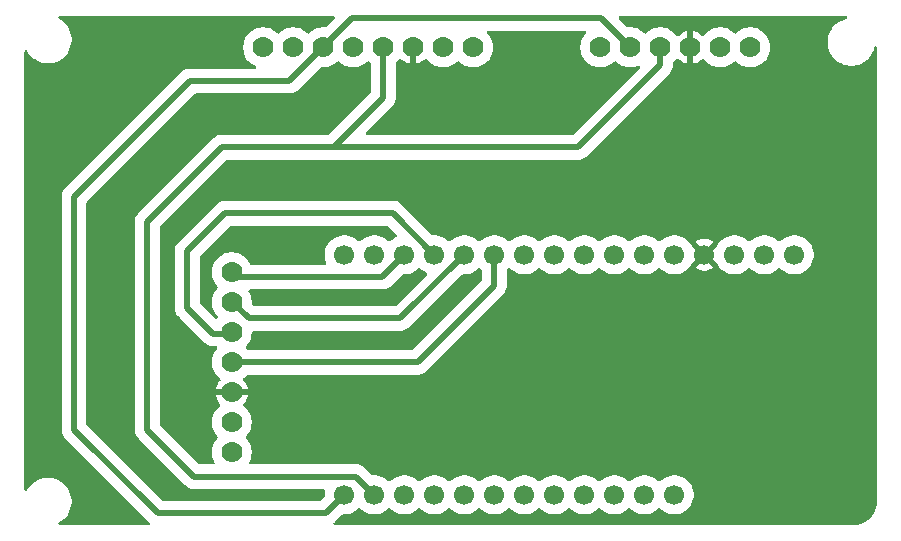
<source format=gbr>
%TF.GenerationSoftware,KiCad,Pcbnew,9.0.7*%
%TF.CreationDate,2026-02-03T16:32:22-08:00*%
%TF.ProjectId,BasicDatalogger,42617369-6344-4617-9461-6c6f67676572,rev?*%
%TF.SameCoordinates,Original*%
%TF.FileFunction,Copper,L3,Inr*%
%TF.FilePolarity,Positive*%
%FSLAX46Y46*%
G04 Gerber Fmt 4.6, Leading zero omitted, Abs format (unit mm)*
G04 Created by KiCad (PCBNEW 9.0.7) date 2026-02-03 16:32:22*
%MOMM*%
%LPD*%
G01*
G04 APERTURE LIST*
%TA.AperFunction,ComponentPad*%
%ADD10C,1.700000*%
%TD*%
%TA.AperFunction,ComponentPad*%
%ADD11C,1.778000*%
%TD*%
%TA.AperFunction,ViaPad*%
%ADD12C,0.900000*%
%TD*%
%TA.AperFunction,Conductor*%
%ADD13C,0.500000*%
%TD*%
G04 APERTURE END LIST*
D10*
%TO.N,unconnected-(U1-VBat-Pad28)*%
%TO.C,U1*%
X128920000Y-70320000D03*
%TO.N,unconnected-(U1-ENABLE-Pad27)*%
X126380000Y-70320000D03*
%TO.N,unconnected-(U1-Vbus-Pad26)*%
X123840000Y-70320000D03*
%TO.N,unconnected-(U1-D13{slash}GPIO13-Pad25)*%
X121300000Y-70320000D03*
%TO.N,unconnected-(U1-D12{slash}GPIO12-Pad24)*%
X118760000Y-70320000D03*
%TO.N,unconnected-(U1-D11{slash}GPIO11-Pad23)*%
X116220000Y-70320000D03*
%TO.N,unconnected-(U1-D10{slash}GPIO10-Pad22)*%
X113680000Y-70320000D03*
%TO.N,unconnected-(U1-D9{slash}GPIO9-Pad21)*%
X111140000Y-70320000D03*
%TO.N,unconnected-(U1-D6{slash}GPIO8-Pad20)*%
X108600000Y-70320000D03*
%TO.N,unconnected-(U1-D5{slash}GPIO7-Pad19)*%
X106060000Y-70320000D03*
%TO.N,/SCL*%
X103520000Y-70320000D03*
%TO.N,/SDA*%
X100980000Y-70320000D03*
%TO.N,unconnected-(U1-D4{slash}GPIO6-Pad16)*%
X100980000Y-50000000D03*
%TO.N,unconnected-(U1-TX{slash}GPIO0-Pad15)*%
X103520000Y-50000000D03*
%TO.N,/CS*%
X106060000Y-50000000D03*
%TO.N,/MISO*%
X108600000Y-50000000D03*
%TO.N,/MOSI*%
X111140000Y-50000000D03*
%TO.N,/SCK*%
X113680000Y-50000000D03*
%TO.N,unconnected-(U1-D25{slash}GPIO25-Pad10)*%
X116220000Y-50000000D03*
%TO.N,unconnected-(U1-D24{slash}GPIO24-Pad9)*%
X118760000Y-50000000D03*
%TO.N,unconnected-(U1-A3{slash}GPIO29-Pad8)*%
X121300000Y-50000000D03*
%TO.N,unconnected-(U1-A2{slash}GPIO28-Pad7)*%
X123840000Y-50000000D03*
%TO.N,unconnected-(U1-A1{slash}GPIO27-Pad6)*%
X126380000Y-50000000D03*
%TO.N,unconnected-(U1-A0{slash}GPIO26-Pad5)*%
X128920000Y-50000000D03*
%TO.N,/GND*%
X131460000Y-50000000D03*
%TO.N,/3V3*%
X134000000Y-50000000D03*
X136540000Y-50000000D03*
%TO.N,unconnected-(U1-RESET-Pad1)*%
X139080000Y-50000000D03*
%TD*%
D11*
%TO.N,/3V3*%
%TO.C,U4*%
X91450000Y-66720000D03*
%TO.N,unconnected-(U4-3V3-Pad2)*%
X91450000Y-64180000D03*
%TO.N,/GND*%
X91450000Y-61640000D03*
%TO.N,/SCK*%
X91450000Y-59100000D03*
%TO.N,/MISO*%
X91450000Y-56560000D03*
%TO.N,/MOSI*%
X91450000Y-54020000D03*
%TO.N,/CS*%
X91450000Y-51480000D03*
%TD*%
%TO.N,/3V3*%
%TO.C,U3*%
X135350000Y-32450000D03*
%TO.N,unconnected-(U3-3Vo-Pad2)*%
X132810000Y-32450000D03*
%TO.N,/GND*%
X130270000Y-32450000D03*
%TO.N,/SCL*%
X127730000Y-32450000D03*
%TO.N,/SDA*%
X125190000Y-32450000D03*
%TO.N,unconnected-(U3-INT2-Pad6)*%
X122650000Y-32450000D03*
%TD*%
%TO.N,unconnected-(U2-INT-Pad8)*%
%TO.C,U2*%
X94110000Y-32450000D03*
%TO.N,unconnected-(U2-CS-Pad7)*%
X96650000Y-32450000D03*
%TO.N,/SDA*%
X99190000Y-32450000D03*
%TO.N,unconnected-(U2-SDO-Pad5)*%
X101730000Y-32450000D03*
%TO.N,/SCL*%
X104270000Y-32450000D03*
%TO.N,/GND*%
X106810000Y-32450000D03*
%TO.N,unconnected-(U2-3Vo-Pad2)*%
X109350000Y-32450000D03*
%TO.N,/3V3*%
X111890000Y-32450000D03*
%TD*%
D12*
%TO.N,/GND*%
X93400000Y-61700000D03*
X89300000Y-61600000D03*
X131400000Y-47000000D03*
X130300000Y-34200000D03*
X106700000Y-34400000D03*
X134200000Y-57000000D03*
X79700000Y-70900000D03*
X77700000Y-42000000D03*
X85600000Y-32600000D03*
X100300000Y-57300000D03*
X97000000Y-70400000D03*
X86900000Y-41200000D03*
X81300000Y-53200000D03*
X97100000Y-49800000D03*
X97900000Y-53800000D03*
X121000000Y-64300000D03*
%TD*%
D13*
%TO.N,/SCL*%
X104270000Y-36730000D02*
X100100000Y-40900000D01*
X104270000Y-32450000D02*
X104270000Y-36730000D01*
X100100000Y-40900000D02*
X90600000Y-40900000D01*
X102000000Y-68800000D02*
X103520000Y-70320000D01*
X88300000Y-68800000D02*
X102000000Y-68800000D01*
X84300000Y-47200000D02*
X84300000Y-64800000D01*
X84300000Y-64800000D02*
X88300000Y-68800000D01*
X90600000Y-40900000D02*
X84300000Y-47200000D01*
X103100000Y-40900000D02*
X100100000Y-40900000D01*
X120800000Y-40900000D02*
X103100000Y-40900000D01*
X127730000Y-33970000D02*
X120800000Y-40900000D01*
X127730000Y-32450000D02*
X127730000Y-33970000D01*
%TO.N,/SDA*%
X85200000Y-71900000D02*
X99400000Y-71900000D01*
X78100000Y-45100000D02*
X78100000Y-64800000D01*
X87900000Y-35300000D02*
X78100000Y-45100000D01*
X78100000Y-64800000D02*
X85200000Y-71900000D01*
X96340000Y-35300000D02*
X87900000Y-35300000D01*
X99190000Y-32450000D02*
X96340000Y-35300000D01*
X99400000Y-71900000D02*
X100980000Y-70320000D01*
%TO.N,/SCK*%
X113680000Y-52620000D02*
X113680000Y-50000000D01*
X107200000Y-59100000D02*
X113680000Y-52620000D01*
X91980000Y-59100000D02*
X107200000Y-59100000D01*
X91500000Y-58620000D02*
X91980000Y-59100000D01*
%TO.N,/MOSI*%
X105740000Y-55400000D02*
X111140000Y-50000000D01*
X91500000Y-54020000D02*
X92880000Y-55400000D01*
X92880000Y-55400000D02*
X105740000Y-55400000D01*
%TO.N,/MISO*%
X90900000Y-46500000D02*
X105100000Y-46500000D01*
X87700000Y-54500000D02*
X87700000Y-49700000D01*
X105100000Y-46500000D02*
X108600000Y-50000000D01*
X89900000Y-56700000D02*
X87700000Y-54500000D01*
X91360000Y-56700000D02*
X89900000Y-56700000D01*
X87700000Y-49700000D02*
X90900000Y-46500000D01*
X91500000Y-56560000D02*
X91360000Y-56700000D01*
%TO.N,/MOSI*%
X91500000Y-53540000D02*
X91500000Y-54020000D01*
%TO.N,/CS*%
X91908999Y-51888999D02*
X104171001Y-51888999D01*
X91500000Y-51000000D02*
X91500000Y-51480000D01*
X91500000Y-51480000D02*
X91908999Y-51888999D01*
X104171001Y-51888999D02*
X106060000Y-50000000D01*
%TO.N,/SDA*%
X122740000Y-30000000D02*
X125190000Y-32450000D01*
X101640000Y-30000000D02*
X122740000Y-30000000D01*
X99190000Y-32450000D02*
X101640000Y-30000000D01*
%TD*%
%TA.AperFunction,Conductor*%
%TO.N,/GND*%
G36*
X100121546Y-29820185D02*
G01*
X100167301Y-29872989D01*
X100177245Y-29942147D01*
X100148220Y-30005703D01*
X100142188Y-30012181D01*
X99426273Y-30728094D01*
X99364950Y-30761579D01*
X99322411Y-30763353D01*
X99308932Y-30761579D01*
X99300736Y-30760500D01*
X99079264Y-30760500D01*
X99079256Y-30760500D01*
X98859688Y-30789408D01*
X98645760Y-30846729D01*
X98441153Y-30931480D01*
X98441142Y-30931485D01*
X98249357Y-31042213D01*
X98249341Y-31042224D01*
X98073646Y-31177039D01*
X98073639Y-31177045D01*
X98007681Y-31243004D01*
X97946358Y-31276489D01*
X97876666Y-31271505D01*
X97832319Y-31243004D01*
X97766360Y-31177045D01*
X97766353Y-31177039D01*
X97590658Y-31042224D01*
X97590656Y-31042222D01*
X97590650Y-31042218D01*
X97590645Y-31042215D01*
X97590642Y-31042213D01*
X97398857Y-30931485D01*
X97398846Y-30931480D01*
X97194239Y-30846729D01*
X97039670Y-30805313D01*
X96980312Y-30789408D01*
X96952865Y-30785794D01*
X96760743Y-30760500D01*
X96760736Y-30760500D01*
X96539264Y-30760500D01*
X96539256Y-30760500D01*
X96319688Y-30789408D01*
X96105760Y-30846729D01*
X95901153Y-30931480D01*
X95901142Y-30931485D01*
X95709357Y-31042213D01*
X95709341Y-31042224D01*
X95533646Y-31177039D01*
X95533639Y-31177045D01*
X95467681Y-31243004D01*
X95406358Y-31276489D01*
X95336666Y-31271505D01*
X95292319Y-31243004D01*
X95226360Y-31177045D01*
X95226353Y-31177039D01*
X95050658Y-31042224D01*
X95050656Y-31042222D01*
X95050650Y-31042218D01*
X95050645Y-31042215D01*
X95050642Y-31042213D01*
X94858857Y-30931485D01*
X94858846Y-30931480D01*
X94654239Y-30846729D01*
X94499670Y-30805313D01*
X94440312Y-30789408D01*
X94412865Y-30785794D01*
X94220743Y-30760500D01*
X94220736Y-30760500D01*
X93999264Y-30760500D01*
X93999256Y-30760500D01*
X93779688Y-30789408D01*
X93565760Y-30846729D01*
X93361153Y-30931480D01*
X93361142Y-30931485D01*
X93169357Y-31042213D01*
X93169341Y-31042224D01*
X92993646Y-31177039D01*
X92993639Y-31177045D01*
X92837045Y-31333639D01*
X92837039Y-31333646D01*
X92702224Y-31509341D01*
X92702213Y-31509357D01*
X92591485Y-31701142D01*
X92591480Y-31701153D01*
X92506729Y-31905760D01*
X92449408Y-32119688D01*
X92420500Y-32339256D01*
X92420500Y-32560743D01*
X92449408Y-32780311D01*
X92506729Y-32994239D01*
X92591480Y-33198846D01*
X92591485Y-33198857D01*
X92702213Y-33390642D01*
X92702224Y-33390658D01*
X92837039Y-33566353D01*
X92837045Y-33566360D01*
X92993639Y-33722954D01*
X92993646Y-33722960D01*
X93115833Y-33816717D01*
X93169350Y-33857782D01*
X93169357Y-33857786D01*
X93361142Y-33968514D01*
X93361147Y-33968516D01*
X93361150Y-33968518D01*
X93391012Y-33980887D01*
X93463563Y-34010939D01*
X93517966Y-34054780D01*
X93540031Y-34121074D01*
X93522752Y-34188773D01*
X93471615Y-34236384D01*
X93416110Y-34249500D01*
X88009599Y-34249500D01*
X88009579Y-34249499D01*
X88003465Y-34249499D01*
X87796535Y-34249499D01*
X87796533Y-34249499D01*
X87593585Y-34289868D01*
X87593579Y-34289870D01*
X87402403Y-34369058D01*
X87230342Y-34484024D01*
X87230341Y-34484025D01*
X79804239Y-41910129D01*
X77430347Y-44284021D01*
X77430345Y-44284023D01*
X77357184Y-44357184D01*
X77284023Y-44430344D01*
X77169058Y-44602403D01*
X77089870Y-44793579D01*
X77089868Y-44793587D01*
X77049500Y-44996530D01*
X77049500Y-64903469D01*
X77089868Y-65106412D01*
X77089870Y-65106420D01*
X77169058Y-65297596D01*
X77284024Y-65469657D01*
X77434664Y-65620297D01*
X77434686Y-65620317D01*
X84384020Y-72569651D01*
X84384023Y-72569655D01*
X84482481Y-72668113D01*
X84502187Y-72687819D01*
X84511404Y-72704700D01*
X84535671Y-72749142D01*
X84530687Y-72818834D01*
X84530685Y-72818835D01*
X84530686Y-72818835D01*
X84488815Y-72874768D01*
X84441134Y-72892551D01*
X84423351Y-72899184D01*
X84414505Y-72899500D01*
X76900538Y-72899500D01*
X76833499Y-72879815D01*
X76787744Y-72827011D01*
X76777800Y-72757853D01*
X76806825Y-72694297D01*
X76838538Y-72668113D01*
X77013803Y-72566924D01*
X77019465Y-72562579D01*
X77221851Y-72407282D01*
X77221855Y-72407277D01*
X77221860Y-72407274D01*
X77407274Y-72221860D01*
X77407277Y-72221855D01*
X77407282Y-72221851D01*
X77566924Y-72013803D01*
X77698043Y-71786697D01*
X77798398Y-71544419D01*
X77866270Y-71291116D01*
X77900500Y-71031120D01*
X77900500Y-70768880D01*
X77866270Y-70508884D01*
X77798398Y-70255581D01*
X77700204Y-70018520D01*
X77698046Y-70013309D01*
X77698041Y-70013299D01*
X77566924Y-69786196D01*
X77407281Y-69578148D01*
X77407274Y-69578140D01*
X77221860Y-69392726D01*
X77221851Y-69392718D01*
X77013803Y-69233075D01*
X76786700Y-69101958D01*
X76786690Y-69101953D01*
X76544428Y-69001605D01*
X76544421Y-69001603D01*
X76544419Y-69001602D01*
X76291116Y-68933730D01*
X76233339Y-68926123D01*
X76031127Y-68899500D01*
X76031120Y-68899500D01*
X75768880Y-68899500D01*
X75768872Y-68899500D01*
X75537772Y-68929926D01*
X75508884Y-68933730D01*
X75255581Y-69001602D01*
X75255571Y-69001605D01*
X75013309Y-69101953D01*
X75013299Y-69101958D01*
X74786196Y-69233075D01*
X74578148Y-69392718D01*
X74392718Y-69578148D01*
X74233075Y-69786196D01*
X74131887Y-69961462D01*
X74081320Y-70009677D01*
X74012713Y-70022901D01*
X73947849Y-69996933D01*
X73907320Y-69940019D01*
X73900500Y-69899462D01*
X73900500Y-32800537D01*
X73920185Y-32733498D01*
X73972989Y-32687743D01*
X74042147Y-32677799D01*
X74105703Y-32706824D01*
X74131887Y-32738538D01*
X74233072Y-32913798D01*
X74233074Y-32913802D01*
X74392718Y-33121851D01*
X74392726Y-33121860D01*
X74578140Y-33307274D01*
X74578148Y-33307281D01*
X74786196Y-33466924D01*
X75013299Y-33598041D01*
X75013309Y-33598046D01*
X75179596Y-33666924D01*
X75255581Y-33698398D01*
X75508884Y-33766270D01*
X75768880Y-33800500D01*
X75768887Y-33800500D01*
X76031113Y-33800500D01*
X76031120Y-33800500D01*
X76291116Y-33766270D01*
X76544419Y-33698398D01*
X76786697Y-33598043D01*
X77013803Y-33466924D01*
X77221851Y-33307282D01*
X77221855Y-33307277D01*
X77221860Y-33307274D01*
X77407274Y-33121860D01*
X77407277Y-33121855D01*
X77407282Y-33121851D01*
X77566924Y-32913803D01*
X77698043Y-32686697D01*
X77798398Y-32444419D01*
X77866270Y-32191116D01*
X77900500Y-31931120D01*
X77900500Y-31668880D01*
X77866270Y-31408884D01*
X77798398Y-31155581D01*
X77798394Y-31155571D01*
X77698046Y-30913309D01*
X77698041Y-30913299D01*
X77566924Y-30686196D01*
X77407281Y-30478148D01*
X77407274Y-30478140D01*
X77221860Y-30292726D01*
X77221851Y-30292718D01*
X77013803Y-30133075D01*
X76838538Y-30031887D01*
X76790323Y-29981320D01*
X76777099Y-29912713D01*
X76803067Y-29847849D01*
X76859981Y-29807320D01*
X76900538Y-29800500D01*
X100054507Y-29800500D01*
X100121546Y-29820185D01*
G37*
%TD.AperFunction*%
%TA.AperFunction,Conductor*%
G36*
X143504477Y-29820185D02*
G01*
X143550232Y-29872989D01*
X143560176Y-29942147D01*
X143531151Y-30005703D01*
X143472373Y-30043477D01*
X143469565Y-30044265D01*
X143339859Y-30079020D01*
X143255581Y-30101602D01*
X143255571Y-30101605D01*
X143013309Y-30201953D01*
X143013299Y-30201958D01*
X142786196Y-30333075D01*
X142578148Y-30492718D01*
X142392718Y-30678148D01*
X142233075Y-30886196D01*
X142101958Y-31113299D01*
X142101953Y-31113309D01*
X142001605Y-31355571D01*
X142001602Y-31355581D01*
X141963170Y-31499014D01*
X141933730Y-31608885D01*
X141899500Y-31868872D01*
X141899500Y-32131127D01*
X141917937Y-32271161D01*
X141933730Y-32391116D01*
X141998831Y-32634076D01*
X142001602Y-32644418D01*
X142001605Y-32644428D01*
X142101953Y-32886690D01*
X142101958Y-32886700D01*
X142233075Y-33113803D01*
X142392718Y-33321851D01*
X142392726Y-33321860D01*
X142578140Y-33507274D01*
X142578148Y-33507281D01*
X142786196Y-33666924D01*
X143013299Y-33798041D01*
X143013309Y-33798046D01*
X143255571Y-33898394D01*
X143255581Y-33898398D01*
X143508884Y-33966270D01*
X143768880Y-34000500D01*
X143768887Y-34000500D01*
X144031113Y-34000500D01*
X144031120Y-34000500D01*
X144291116Y-33966270D01*
X144544419Y-33898398D01*
X144741614Y-33816717D01*
X144786690Y-33798046D01*
X144786691Y-33798045D01*
X144786697Y-33798043D01*
X145013803Y-33666924D01*
X145221851Y-33507282D01*
X145221855Y-33507277D01*
X145221860Y-33507274D01*
X145407274Y-33321860D01*
X145407277Y-33321855D01*
X145407282Y-33321851D01*
X145566924Y-33113803D01*
X145698043Y-32886697D01*
X145798398Y-32644419D01*
X145855725Y-32430467D01*
X145892090Y-32370808D01*
X145954937Y-32340279D01*
X146024312Y-32348574D01*
X146078190Y-32393059D01*
X146099465Y-32459611D01*
X146099500Y-32462562D01*
X146099500Y-70895933D01*
X146099235Y-70904043D01*
X146082925Y-71152883D01*
X146080807Y-71168964D01*
X146032954Y-71409535D01*
X146028756Y-71425202D01*
X145949909Y-71657479D01*
X145943702Y-71672465D01*
X145835212Y-71892460D01*
X145827102Y-71906507D01*
X145690825Y-72110460D01*
X145680951Y-72123328D01*
X145519218Y-72307749D01*
X145507749Y-72319218D01*
X145323328Y-72480951D01*
X145310460Y-72490825D01*
X145106507Y-72627102D01*
X145092460Y-72635212D01*
X144872465Y-72743702D01*
X144857479Y-72749909D01*
X144625202Y-72828756D01*
X144609535Y-72832954D01*
X144368964Y-72880807D01*
X144352883Y-72882925D01*
X144104043Y-72899235D01*
X144095933Y-72899500D01*
X100185495Y-72899500D01*
X100118456Y-72879815D01*
X100072701Y-72827011D01*
X100062757Y-72757853D01*
X100091782Y-72694297D01*
X100097813Y-72687819D01*
X100158530Y-72627102D01*
X100215977Y-72569655D01*
X100215977Y-72569653D01*
X100223044Y-72562587D01*
X100223047Y-72562583D01*
X100778811Y-72006819D01*
X100840134Y-71973334D01*
X100866492Y-71970500D01*
X101109902Y-71970500D01*
X101223298Y-71952539D01*
X101366493Y-71929860D01*
X101613572Y-71849579D01*
X101845051Y-71731634D01*
X102055229Y-71578931D01*
X102162319Y-71471841D01*
X102223642Y-71438356D01*
X102293334Y-71443340D01*
X102337681Y-71471841D01*
X102444771Y-71578931D01*
X102654949Y-71731634D01*
X102752777Y-71781480D01*
X102886423Y-71849577D01*
X102886425Y-71849577D01*
X102886428Y-71849579D01*
X103133507Y-71929860D01*
X103265706Y-71950797D01*
X103390098Y-71970500D01*
X103390103Y-71970500D01*
X103649902Y-71970500D01*
X103763298Y-71952539D01*
X103906493Y-71929860D01*
X104153572Y-71849579D01*
X104385051Y-71731634D01*
X104595229Y-71578931D01*
X104702319Y-71471841D01*
X104763642Y-71438356D01*
X104833334Y-71443340D01*
X104877681Y-71471841D01*
X104984771Y-71578931D01*
X105194949Y-71731634D01*
X105292777Y-71781480D01*
X105426423Y-71849577D01*
X105426425Y-71849577D01*
X105426428Y-71849579D01*
X105673507Y-71929860D01*
X105805706Y-71950797D01*
X105930098Y-71970500D01*
X105930103Y-71970500D01*
X106189902Y-71970500D01*
X106303298Y-71952539D01*
X106446493Y-71929860D01*
X106693572Y-71849579D01*
X106925051Y-71731634D01*
X107135229Y-71578931D01*
X107242319Y-71471841D01*
X107303642Y-71438356D01*
X107373334Y-71443340D01*
X107417681Y-71471841D01*
X107524771Y-71578931D01*
X107734949Y-71731634D01*
X107832777Y-71781480D01*
X107966423Y-71849577D01*
X107966425Y-71849577D01*
X107966428Y-71849579D01*
X108213507Y-71929860D01*
X108345706Y-71950797D01*
X108470098Y-71970500D01*
X108470103Y-71970500D01*
X108729902Y-71970500D01*
X108843298Y-71952539D01*
X108986493Y-71929860D01*
X109233572Y-71849579D01*
X109465051Y-71731634D01*
X109675229Y-71578931D01*
X109782319Y-71471841D01*
X109843642Y-71438356D01*
X109913334Y-71443340D01*
X109957681Y-71471841D01*
X110064771Y-71578931D01*
X110274949Y-71731634D01*
X110372777Y-71781480D01*
X110506423Y-71849577D01*
X110506425Y-71849577D01*
X110506428Y-71849579D01*
X110753507Y-71929860D01*
X110885706Y-71950797D01*
X111010098Y-71970500D01*
X111010103Y-71970500D01*
X111269902Y-71970500D01*
X111383298Y-71952539D01*
X111526493Y-71929860D01*
X111773572Y-71849579D01*
X112005051Y-71731634D01*
X112215229Y-71578931D01*
X112322319Y-71471841D01*
X112383642Y-71438356D01*
X112453334Y-71443340D01*
X112497681Y-71471841D01*
X112604771Y-71578931D01*
X112814949Y-71731634D01*
X112912777Y-71781480D01*
X113046423Y-71849577D01*
X113046425Y-71849577D01*
X113046428Y-71849579D01*
X113293507Y-71929860D01*
X113425706Y-71950797D01*
X113550098Y-71970500D01*
X113550103Y-71970500D01*
X113809902Y-71970500D01*
X113923298Y-71952539D01*
X114066493Y-71929860D01*
X114313572Y-71849579D01*
X114545051Y-71731634D01*
X114755229Y-71578931D01*
X114862319Y-71471841D01*
X114923642Y-71438356D01*
X114993334Y-71443340D01*
X115037681Y-71471841D01*
X115144771Y-71578931D01*
X115354949Y-71731634D01*
X115452777Y-71781480D01*
X115586423Y-71849577D01*
X115586425Y-71849577D01*
X115586428Y-71849579D01*
X115833507Y-71929860D01*
X115965706Y-71950797D01*
X116090098Y-71970500D01*
X116090103Y-71970500D01*
X116349902Y-71970500D01*
X116463298Y-71952539D01*
X116606493Y-71929860D01*
X116853572Y-71849579D01*
X117085051Y-71731634D01*
X117295229Y-71578931D01*
X117402319Y-71471841D01*
X117463642Y-71438356D01*
X117533334Y-71443340D01*
X117577681Y-71471841D01*
X117684771Y-71578931D01*
X117894949Y-71731634D01*
X117992777Y-71781480D01*
X118126423Y-71849577D01*
X118126425Y-71849577D01*
X118126428Y-71849579D01*
X118373507Y-71929860D01*
X118505706Y-71950797D01*
X118630098Y-71970500D01*
X118630103Y-71970500D01*
X118889902Y-71970500D01*
X119003298Y-71952539D01*
X119146493Y-71929860D01*
X119393572Y-71849579D01*
X119625051Y-71731634D01*
X119835229Y-71578931D01*
X119942319Y-71471841D01*
X120003642Y-71438356D01*
X120073334Y-71443340D01*
X120117681Y-71471841D01*
X120224771Y-71578931D01*
X120434949Y-71731634D01*
X120532777Y-71781480D01*
X120666423Y-71849577D01*
X120666425Y-71849577D01*
X120666428Y-71849579D01*
X120913507Y-71929860D01*
X121045706Y-71950797D01*
X121170098Y-71970500D01*
X121170103Y-71970500D01*
X121429902Y-71970500D01*
X121543298Y-71952539D01*
X121686493Y-71929860D01*
X121933572Y-71849579D01*
X122165051Y-71731634D01*
X122375229Y-71578931D01*
X122482319Y-71471841D01*
X122543642Y-71438356D01*
X122613334Y-71443340D01*
X122657681Y-71471841D01*
X122764771Y-71578931D01*
X122974949Y-71731634D01*
X123072777Y-71781480D01*
X123206423Y-71849577D01*
X123206425Y-71849577D01*
X123206428Y-71849579D01*
X123453507Y-71929860D01*
X123585706Y-71950797D01*
X123710098Y-71970500D01*
X123710103Y-71970500D01*
X123969902Y-71970500D01*
X124083298Y-71952539D01*
X124226493Y-71929860D01*
X124473572Y-71849579D01*
X124705051Y-71731634D01*
X124915229Y-71578931D01*
X125022319Y-71471841D01*
X125083642Y-71438356D01*
X125153334Y-71443340D01*
X125197681Y-71471841D01*
X125304771Y-71578931D01*
X125514949Y-71731634D01*
X125612777Y-71781480D01*
X125746423Y-71849577D01*
X125746425Y-71849577D01*
X125746428Y-71849579D01*
X125993507Y-71929860D01*
X126125706Y-71950797D01*
X126250098Y-71970500D01*
X126250103Y-71970500D01*
X126509902Y-71970500D01*
X126623298Y-71952539D01*
X126766493Y-71929860D01*
X127013572Y-71849579D01*
X127245051Y-71731634D01*
X127455229Y-71578931D01*
X127562319Y-71471841D01*
X127623642Y-71438356D01*
X127693334Y-71443340D01*
X127737681Y-71471841D01*
X127844771Y-71578931D01*
X128054949Y-71731634D01*
X128152777Y-71781480D01*
X128286423Y-71849577D01*
X128286425Y-71849577D01*
X128286428Y-71849579D01*
X128533507Y-71929860D01*
X128665706Y-71950797D01*
X128790098Y-71970500D01*
X128790103Y-71970500D01*
X129049902Y-71970500D01*
X129163298Y-71952539D01*
X129306493Y-71929860D01*
X129553572Y-71849579D01*
X129785051Y-71731634D01*
X129995229Y-71578931D01*
X130178931Y-71395229D01*
X130331634Y-71185051D01*
X130449579Y-70953572D01*
X130529860Y-70706493D01*
X130559209Y-70521187D01*
X130570500Y-70449902D01*
X130570500Y-70190097D01*
X130542498Y-70013303D01*
X130529860Y-69933507D01*
X130449579Y-69686428D01*
X130449577Y-69686425D01*
X130449577Y-69686423D01*
X130394403Y-69578140D01*
X130331634Y-69454949D01*
X130178931Y-69244771D01*
X129995229Y-69061069D01*
X129785051Y-68908366D01*
X129712764Y-68871534D01*
X129553576Y-68790422D01*
X129306493Y-68710140D01*
X129049902Y-68669500D01*
X129049897Y-68669500D01*
X128790103Y-68669500D01*
X128790098Y-68669500D01*
X128533506Y-68710140D01*
X128286423Y-68790422D01*
X128054945Y-68908368D01*
X127844774Y-69061066D01*
X127844768Y-69061071D01*
X127737681Y-69168159D01*
X127676358Y-69201644D01*
X127606666Y-69196660D01*
X127562319Y-69168159D01*
X127455231Y-69061071D01*
X127455225Y-69061066D01*
X127245054Y-68908368D01*
X127245053Y-68908367D01*
X127245051Y-68908366D01*
X127172764Y-68871534D01*
X127013576Y-68790422D01*
X126766493Y-68710140D01*
X126509902Y-68669500D01*
X126509897Y-68669500D01*
X126250103Y-68669500D01*
X126250098Y-68669500D01*
X125993506Y-68710140D01*
X125746423Y-68790422D01*
X125514945Y-68908368D01*
X125304774Y-69061066D01*
X125304768Y-69061071D01*
X125197681Y-69168159D01*
X125136358Y-69201644D01*
X125066666Y-69196660D01*
X125022319Y-69168159D01*
X124915231Y-69061071D01*
X124915225Y-69061066D01*
X124705054Y-68908368D01*
X124705053Y-68908367D01*
X124705051Y-68908366D01*
X124632764Y-68871534D01*
X124473576Y-68790422D01*
X124226493Y-68710140D01*
X123969902Y-68669500D01*
X123969897Y-68669500D01*
X123710103Y-68669500D01*
X123710098Y-68669500D01*
X123453506Y-68710140D01*
X123206423Y-68790422D01*
X122974945Y-68908368D01*
X122764774Y-69061066D01*
X122764768Y-69061071D01*
X122657681Y-69168159D01*
X122596358Y-69201644D01*
X122526666Y-69196660D01*
X122482319Y-69168159D01*
X122375231Y-69061071D01*
X122375225Y-69061066D01*
X122165054Y-68908368D01*
X122165053Y-68908367D01*
X122165051Y-68908366D01*
X122092764Y-68871534D01*
X121933576Y-68790422D01*
X121686493Y-68710140D01*
X121429902Y-68669500D01*
X121429897Y-68669500D01*
X121170103Y-68669500D01*
X121170098Y-68669500D01*
X120913506Y-68710140D01*
X120666423Y-68790422D01*
X120434945Y-68908368D01*
X120224774Y-69061066D01*
X120224768Y-69061071D01*
X120117681Y-69168159D01*
X120056358Y-69201644D01*
X119986666Y-69196660D01*
X119942319Y-69168159D01*
X119835231Y-69061071D01*
X119835225Y-69061066D01*
X119625054Y-68908368D01*
X119625053Y-68908367D01*
X119625051Y-68908366D01*
X119552764Y-68871534D01*
X119393576Y-68790422D01*
X119146493Y-68710140D01*
X118889902Y-68669500D01*
X118889897Y-68669500D01*
X118630103Y-68669500D01*
X118630098Y-68669500D01*
X118373506Y-68710140D01*
X118126423Y-68790422D01*
X117894945Y-68908368D01*
X117684774Y-69061066D01*
X117684768Y-69061071D01*
X117577681Y-69168159D01*
X117516358Y-69201644D01*
X117446666Y-69196660D01*
X117402319Y-69168159D01*
X117295231Y-69061071D01*
X117295225Y-69061066D01*
X117085054Y-68908368D01*
X117085053Y-68908367D01*
X117085051Y-68908366D01*
X117012764Y-68871534D01*
X116853576Y-68790422D01*
X116606493Y-68710140D01*
X116349902Y-68669500D01*
X116349897Y-68669500D01*
X116090103Y-68669500D01*
X116090098Y-68669500D01*
X115833506Y-68710140D01*
X115586423Y-68790422D01*
X115354945Y-68908368D01*
X115144774Y-69061066D01*
X115144768Y-69061071D01*
X115037681Y-69168159D01*
X114976358Y-69201644D01*
X114906666Y-69196660D01*
X114862319Y-69168159D01*
X114755231Y-69061071D01*
X114755225Y-69061066D01*
X114545054Y-68908368D01*
X114545053Y-68908367D01*
X114545051Y-68908366D01*
X114472764Y-68871534D01*
X114313576Y-68790422D01*
X114066493Y-68710140D01*
X113809902Y-68669500D01*
X113809897Y-68669500D01*
X113550103Y-68669500D01*
X113550098Y-68669500D01*
X113293506Y-68710140D01*
X113046423Y-68790422D01*
X112814945Y-68908368D01*
X112604774Y-69061066D01*
X112604768Y-69061071D01*
X112497681Y-69168159D01*
X112436358Y-69201644D01*
X112366666Y-69196660D01*
X112322319Y-69168159D01*
X112215231Y-69061071D01*
X112215225Y-69061066D01*
X112005054Y-68908368D01*
X112005053Y-68908367D01*
X112005051Y-68908366D01*
X111932764Y-68871534D01*
X111773576Y-68790422D01*
X111526493Y-68710140D01*
X111269902Y-68669500D01*
X111269897Y-68669500D01*
X111010103Y-68669500D01*
X111010098Y-68669500D01*
X110753506Y-68710140D01*
X110506423Y-68790422D01*
X110274945Y-68908368D01*
X110064774Y-69061066D01*
X110064768Y-69061071D01*
X109957681Y-69168159D01*
X109896358Y-69201644D01*
X109826666Y-69196660D01*
X109782319Y-69168159D01*
X109675231Y-69061071D01*
X109675225Y-69061066D01*
X109465054Y-68908368D01*
X109465053Y-68908367D01*
X109465051Y-68908366D01*
X109392764Y-68871534D01*
X109233576Y-68790422D01*
X108986493Y-68710140D01*
X108729902Y-68669500D01*
X108729897Y-68669500D01*
X108470103Y-68669500D01*
X108470098Y-68669500D01*
X108213506Y-68710140D01*
X107966423Y-68790422D01*
X107734945Y-68908368D01*
X107524774Y-69061066D01*
X107524768Y-69061071D01*
X107417681Y-69168159D01*
X107356358Y-69201644D01*
X107286666Y-69196660D01*
X107242319Y-69168159D01*
X107135231Y-69061071D01*
X107135225Y-69061066D01*
X106925054Y-68908368D01*
X106925053Y-68908367D01*
X106925051Y-68908366D01*
X106852764Y-68871534D01*
X106693576Y-68790422D01*
X106446493Y-68710140D01*
X106189902Y-68669500D01*
X106189897Y-68669500D01*
X105930103Y-68669500D01*
X105930098Y-68669500D01*
X105673506Y-68710140D01*
X105426423Y-68790422D01*
X105194945Y-68908368D01*
X104984774Y-69061066D01*
X104984768Y-69061071D01*
X104877681Y-69168159D01*
X104816358Y-69201644D01*
X104746666Y-69196660D01*
X104702319Y-69168159D01*
X104595231Y-69061071D01*
X104595225Y-69061066D01*
X104385054Y-68908368D01*
X104385053Y-68908367D01*
X104385051Y-68908366D01*
X104312764Y-68871534D01*
X104153576Y-68790422D01*
X103906493Y-68710140D01*
X103649902Y-68669500D01*
X103649897Y-68669500D01*
X103406493Y-68669500D01*
X103339454Y-68649815D01*
X103318812Y-68633181D01*
X102823047Y-68137416D01*
X102823044Y-68137412D01*
X102823044Y-68137413D01*
X102815977Y-68130346D01*
X102815977Y-68130345D01*
X102669655Y-67984023D01*
X102497598Y-67869059D01*
X102306420Y-67789870D01*
X102306412Y-67789868D01*
X102103469Y-67749500D01*
X102103465Y-67749500D01*
X93021259Y-67749500D01*
X92954220Y-67729815D01*
X92908465Y-67677011D01*
X92898521Y-67607853D01*
X92913872Y-67563500D01*
X92968514Y-67468857D01*
X92968514Y-67468856D01*
X92968518Y-67468850D01*
X93053271Y-67264237D01*
X93110592Y-67050312D01*
X93139500Y-66830736D01*
X93139500Y-66609264D01*
X93110592Y-66389688D01*
X93053271Y-66175763D01*
X92968518Y-65971150D01*
X92968516Y-65971147D01*
X92968514Y-65971142D01*
X92857786Y-65779357D01*
X92857782Y-65779350D01*
X92735737Y-65620297D01*
X92722961Y-65603647D01*
X92722953Y-65603639D01*
X92656993Y-65537679D01*
X92623510Y-65476359D01*
X92628494Y-65406667D01*
X92656993Y-65362320D01*
X92722959Y-65296355D01*
X92857782Y-65120650D01*
X92968518Y-64928850D01*
X93053271Y-64724237D01*
X93110592Y-64510312D01*
X93139500Y-64290736D01*
X93139500Y-64069264D01*
X93110592Y-63849688D01*
X93053271Y-63635763D01*
X92968518Y-63431150D01*
X92968516Y-63431147D01*
X92968514Y-63431142D01*
X92857786Y-63239357D01*
X92857782Y-63239350D01*
X92722959Y-63063645D01*
X92722954Y-63063639D01*
X92566360Y-62907045D01*
X92566353Y-62907039D01*
X92441420Y-62811175D01*
X92400217Y-62754747D01*
X92396062Y-62685001D01*
X92429225Y-62625118D01*
X92509471Y-62544871D01*
X92509475Y-62544866D01*
X92637976Y-62367998D01*
X92737237Y-62173191D01*
X92737238Y-62173188D01*
X92804798Y-61965258D01*
X92816718Y-61890000D01*
X91883012Y-61890000D01*
X91915925Y-61832993D01*
X91950000Y-61705826D01*
X91950000Y-61574174D01*
X91915925Y-61447007D01*
X91883012Y-61390000D01*
X92816718Y-61390000D01*
X92804798Y-61314741D01*
X92737238Y-61106811D01*
X92737237Y-61106808D01*
X92637976Y-60912001D01*
X92509475Y-60735133D01*
X92509471Y-60735128D01*
X92429225Y-60654882D01*
X92395740Y-60593559D01*
X92400724Y-60523867D01*
X92441420Y-60468825D01*
X92466863Y-60449301D01*
X92566355Y-60372959D01*
X92722959Y-60216355D01*
X92728711Y-60208857D01*
X92736267Y-60199013D01*
X92792695Y-60157811D01*
X92834642Y-60150500D01*
X107303466Y-60150500D01*
X107303467Y-60150499D01*
X107506420Y-60110130D01*
X107697598Y-60030941D01*
X107869655Y-59915977D01*
X108015977Y-59769655D01*
X108015977Y-59769653D01*
X108026185Y-59759446D01*
X108026186Y-59759443D01*
X114495977Y-53289655D01*
X114610942Y-53117598D01*
X114690130Y-52926420D01*
X114730501Y-52723465D01*
X114730501Y-52516535D01*
X114730501Y-52511425D01*
X114730500Y-52511399D01*
X114730500Y-51335023D01*
X114739143Y-51305586D01*
X114745667Y-51275597D01*
X114749422Y-51270579D01*
X114750185Y-51267984D01*
X114766818Y-51247342D01*
X114862320Y-51151839D01*
X114923641Y-51118356D01*
X114993333Y-51123340D01*
X115037681Y-51151841D01*
X115144771Y-51258931D01*
X115354949Y-51411634D01*
X115502445Y-51486787D01*
X115586423Y-51529577D01*
X115586425Y-51529577D01*
X115586428Y-51529579D01*
X115833507Y-51609860D01*
X115965706Y-51630797D01*
X116090098Y-51650500D01*
X116090103Y-51650500D01*
X116349902Y-51650500D01*
X116463298Y-51632539D01*
X116606493Y-51609860D01*
X116853572Y-51529579D01*
X117085051Y-51411634D01*
X117295229Y-51258931D01*
X117402319Y-51151841D01*
X117463642Y-51118356D01*
X117533334Y-51123340D01*
X117577681Y-51151841D01*
X117684771Y-51258931D01*
X117894949Y-51411634D01*
X118042445Y-51486787D01*
X118126423Y-51529577D01*
X118126425Y-51529577D01*
X118126428Y-51529579D01*
X118373507Y-51609860D01*
X118505706Y-51630797D01*
X118630098Y-51650500D01*
X118630103Y-51650500D01*
X118889902Y-51650500D01*
X119003298Y-51632539D01*
X119146493Y-51609860D01*
X119393572Y-51529579D01*
X119625051Y-51411634D01*
X119835229Y-51258931D01*
X119942319Y-51151841D01*
X120003642Y-51118356D01*
X120073334Y-51123340D01*
X120117681Y-51151841D01*
X120224771Y-51258931D01*
X120434949Y-51411634D01*
X120582445Y-51486787D01*
X120666423Y-51529577D01*
X120666425Y-51529577D01*
X120666428Y-51529579D01*
X120913507Y-51609860D01*
X121045706Y-51630797D01*
X121170098Y-51650500D01*
X121170103Y-51650500D01*
X121429902Y-51650500D01*
X121543298Y-51632539D01*
X121686493Y-51609860D01*
X121933572Y-51529579D01*
X122165051Y-51411634D01*
X122375229Y-51258931D01*
X122482319Y-51151841D01*
X122543642Y-51118356D01*
X122613334Y-51123340D01*
X122657681Y-51151841D01*
X122764771Y-51258931D01*
X122974949Y-51411634D01*
X123122445Y-51486787D01*
X123206423Y-51529577D01*
X123206425Y-51529577D01*
X123206428Y-51529579D01*
X123453507Y-51609860D01*
X123585706Y-51630797D01*
X123710098Y-51650500D01*
X123710103Y-51650500D01*
X123969902Y-51650500D01*
X124083298Y-51632539D01*
X124226493Y-51609860D01*
X124473572Y-51529579D01*
X124705051Y-51411634D01*
X124915229Y-51258931D01*
X125022319Y-51151841D01*
X125083642Y-51118356D01*
X125153334Y-51123340D01*
X125197681Y-51151841D01*
X125304771Y-51258931D01*
X125514949Y-51411634D01*
X125662445Y-51486787D01*
X125746423Y-51529577D01*
X125746425Y-51529577D01*
X125746428Y-51529579D01*
X125993507Y-51609860D01*
X126125706Y-51630797D01*
X126250098Y-51650500D01*
X126250103Y-51650500D01*
X126509902Y-51650500D01*
X126623298Y-51632539D01*
X126766493Y-51609860D01*
X127013572Y-51529579D01*
X127245051Y-51411634D01*
X127455229Y-51258931D01*
X127562319Y-51151841D01*
X127623642Y-51118356D01*
X127693334Y-51123340D01*
X127737681Y-51151841D01*
X127844771Y-51258931D01*
X128054949Y-51411634D01*
X128202445Y-51486787D01*
X128286423Y-51529577D01*
X128286425Y-51529577D01*
X128286428Y-51529579D01*
X128533507Y-51609860D01*
X128665706Y-51630797D01*
X128790098Y-51650500D01*
X128790103Y-51650500D01*
X129049902Y-51650500D01*
X129163298Y-51632539D01*
X129306493Y-51609860D01*
X129553572Y-51529579D01*
X129785051Y-51411634D01*
X129995229Y-51258931D01*
X130178931Y-51075229D01*
X130331634Y-50865051D01*
X130416466Y-50698559D01*
X130439266Y-50667178D01*
X130977037Y-50129408D01*
X130994075Y-50192993D01*
X131059901Y-50307007D01*
X131152993Y-50400099D01*
X131267007Y-50465925D01*
X131330590Y-50482962D01*
X130698282Y-51115269D01*
X130698282Y-51115270D01*
X130752449Y-51154624D01*
X130941782Y-51251095D01*
X131143870Y-51316757D01*
X131353754Y-51350000D01*
X131566246Y-51350000D01*
X131776127Y-51316757D01*
X131776130Y-51316757D01*
X131978217Y-51251095D01*
X132167554Y-51154622D01*
X132221716Y-51115270D01*
X132221717Y-51115270D01*
X131589408Y-50482962D01*
X131652993Y-50465925D01*
X131767007Y-50400099D01*
X131860099Y-50307007D01*
X131925925Y-50192993D01*
X131942962Y-50129408D01*
X132480732Y-50667178D01*
X132503536Y-50698564D01*
X132588366Y-50865051D01*
X132741069Y-51075229D01*
X132924771Y-51258931D01*
X133134949Y-51411634D01*
X133282445Y-51486787D01*
X133366423Y-51529577D01*
X133366425Y-51529577D01*
X133366428Y-51529579D01*
X133613507Y-51609860D01*
X133745706Y-51630797D01*
X133870098Y-51650500D01*
X133870103Y-51650500D01*
X134129902Y-51650500D01*
X134243298Y-51632539D01*
X134386493Y-51609860D01*
X134633572Y-51529579D01*
X134865051Y-51411634D01*
X135075229Y-51258931D01*
X135182319Y-51151841D01*
X135243642Y-51118356D01*
X135313334Y-51123340D01*
X135357681Y-51151841D01*
X135464771Y-51258931D01*
X135674949Y-51411634D01*
X135822445Y-51486787D01*
X135906423Y-51529577D01*
X135906425Y-51529577D01*
X135906428Y-51529579D01*
X136153507Y-51609860D01*
X136285706Y-51630797D01*
X136410098Y-51650500D01*
X136410103Y-51650500D01*
X136669902Y-51650500D01*
X136783298Y-51632539D01*
X136926493Y-51609860D01*
X137173572Y-51529579D01*
X137405051Y-51411634D01*
X137615229Y-51258931D01*
X137722319Y-51151841D01*
X137783642Y-51118356D01*
X137853334Y-51123340D01*
X137897681Y-51151841D01*
X138004771Y-51258931D01*
X138214949Y-51411634D01*
X138362445Y-51486787D01*
X138446423Y-51529577D01*
X138446425Y-51529577D01*
X138446428Y-51529579D01*
X138693507Y-51609860D01*
X138825706Y-51630797D01*
X138950098Y-51650500D01*
X138950103Y-51650500D01*
X139209902Y-51650500D01*
X139323298Y-51632539D01*
X139466493Y-51609860D01*
X139713572Y-51529579D01*
X139945051Y-51411634D01*
X140155229Y-51258931D01*
X140338931Y-51075229D01*
X140491634Y-50865051D01*
X140609579Y-50633572D01*
X140689860Y-50386493D01*
X140720507Y-50192993D01*
X140730500Y-50129902D01*
X140730500Y-49870097D01*
X140702449Y-49692993D01*
X140689860Y-49613507D01*
X140609579Y-49366428D01*
X140609577Y-49366425D01*
X140609577Y-49366423D01*
X140566787Y-49282445D01*
X140491634Y-49134949D01*
X140338931Y-48924771D01*
X140155229Y-48741069D01*
X139945051Y-48588366D01*
X139872764Y-48551534D01*
X139713576Y-48470422D01*
X139466493Y-48390140D01*
X139209902Y-48349500D01*
X139209897Y-48349500D01*
X138950103Y-48349500D01*
X138950098Y-48349500D01*
X138693506Y-48390140D01*
X138446423Y-48470422D01*
X138214945Y-48588368D01*
X138004774Y-48741066D01*
X138004768Y-48741071D01*
X137897681Y-48848159D01*
X137836358Y-48881644D01*
X137766666Y-48876660D01*
X137722319Y-48848159D01*
X137615231Y-48741071D01*
X137615225Y-48741066D01*
X137405054Y-48588368D01*
X137405053Y-48588367D01*
X137405051Y-48588366D01*
X137332764Y-48551534D01*
X137173576Y-48470422D01*
X136926493Y-48390140D01*
X136669902Y-48349500D01*
X136669897Y-48349500D01*
X136410103Y-48349500D01*
X136410098Y-48349500D01*
X136153506Y-48390140D01*
X135906423Y-48470422D01*
X135674945Y-48588368D01*
X135464774Y-48741066D01*
X135464768Y-48741071D01*
X135357681Y-48848159D01*
X135296358Y-48881644D01*
X135226666Y-48876660D01*
X135182319Y-48848159D01*
X135075231Y-48741071D01*
X135075225Y-48741066D01*
X134865054Y-48588368D01*
X134865053Y-48588367D01*
X134865051Y-48588366D01*
X134792764Y-48551534D01*
X134633576Y-48470422D01*
X134386493Y-48390140D01*
X134129902Y-48349500D01*
X134129897Y-48349500D01*
X133870103Y-48349500D01*
X133870098Y-48349500D01*
X133613506Y-48390140D01*
X133366423Y-48470422D01*
X133134945Y-48588368D01*
X132924774Y-48741066D01*
X132924768Y-48741071D01*
X132741071Y-48924768D01*
X132741066Y-48924774D01*
X132588366Y-49134947D01*
X132503535Y-49301435D01*
X132480732Y-49332820D01*
X131942962Y-49870590D01*
X131925925Y-49807007D01*
X131860099Y-49692993D01*
X131767007Y-49599901D01*
X131652993Y-49534075D01*
X131589409Y-49517037D01*
X132221716Y-48884728D01*
X132167550Y-48845375D01*
X131978217Y-48748904D01*
X131776129Y-48683242D01*
X131566246Y-48650000D01*
X131353754Y-48650000D01*
X131143872Y-48683242D01*
X131143869Y-48683242D01*
X130941782Y-48748904D01*
X130752439Y-48845380D01*
X130698282Y-48884727D01*
X130698282Y-48884728D01*
X131330591Y-49517037D01*
X131267007Y-49534075D01*
X131152993Y-49599901D01*
X131059901Y-49692993D01*
X130994075Y-49807007D01*
X130977037Y-49870591D01*
X130439266Y-49332820D01*
X130416463Y-49301435D01*
X130331634Y-49134949D01*
X130178931Y-48924771D01*
X129995229Y-48741069D01*
X129785051Y-48588366D01*
X129712764Y-48551534D01*
X129553576Y-48470422D01*
X129306493Y-48390140D01*
X129049902Y-48349500D01*
X129049897Y-48349500D01*
X128790103Y-48349500D01*
X128790098Y-48349500D01*
X128533506Y-48390140D01*
X128286423Y-48470422D01*
X128054945Y-48588368D01*
X127844774Y-48741066D01*
X127844768Y-48741071D01*
X127737681Y-48848159D01*
X127676358Y-48881644D01*
X127606666Y-48876660D01*
X127562319Y-48848159D01*
X127455231Y-48741071D01*
X127455225Y-48741066D01*
X127245054Y-48588368D01*
X127245053Y-48588367D01*
X127245051Y-48588366D01*
X127172764Y-48551534D01*
X127013576Y-48470422D01*
X126766493Y-48390140D01*
X126509902Y-48349500D01*
X126509897Y-48349500D01*
X126250103Y-48349500D01*
X126250098Y-48349500D01*
X125993506Y-48390140D01*
X125746423Y-48470422D01*
X125514945Y-48588368D01*
X125304774Y-48741066D01*
X125304768Y-48741071D01*
X125197681Y-48848159D01*
X125136358Y-48881644D01*
X125066666Y-48876660D01*
X125022319Y-48848159D01*
X124915231Y-48741071D01*
X124915225Y-48741066D01*
X124705054Y-48588368D01*
X124705053Y-48588367D01*
X124705051Y-48588366D01*
X124632764Y-48551534D01*
X124473576Y-48470422D01*
X124226493Y-48390140D01*
X123969902Y-48349500D01*
X123969897Y-48349500D01*
X123710103Y-48349500D01*
X123710098Y-48349500D01*
X123453506Y-48390140D01*
X123206423Y-48470422D01*
X122974945Y-48588368D01*
X122764774Y-48741066D01*
X122764768Y-48741071D01*
X122657681Y-48848159D01*
X122596358Y-48881644D01*
X122526666Y-48876660D01*
X122482319Y-48848159D01*
X122375231Y-48741071D01*
X122375225Y-48741066D01*
X122165054Y-48588368D01*
X122165053Y-48588367D01*
X122165051Y-48588366D01*
X122092764Y-48551534D01*
X121933576Y-48470422D01*
X121686493Y-48390140D01*
X121429902Y-48349500D01*
X121429897Y-48349500D01*
X121170103Y-48349500D01*
X121170098Y-48349500D01*
X120913506Y-48390140D01*
X120666423Y-48470422D01*
X120434945Y-48588368D01*
X120224774Y-48741066D01*
X120224768Y-48741071D01*
X120117681Y-48848159D01*
X120056358Y-48881644D01*
X119986666Y-48876660D01*
X119942319Y-48848159D01*
X119835231Y-48741071D01*
X119835225Y-48741066D01*
X119625054Y-48588368D01*
X119625053Y-48588367D01*
X119625051Y-48588366D01*
X119552764Y-48551534D01*
X119393576Y-48470422D01*
X119146493Y-48390140D01*
X118889902Y-48349500D01*
X118889897Y-48349500D01*
X118630103Y-48349500D01*
X118630098Y-48349500D01*
X118373506Y-48390140D01*
X118126423Y-48470422D01*
X117894945Y-48588368D01*
X117684774Y-48741066D01*
X117684768Y-48741071D01*
X117577681Y-48848159D01*
X117516358Y-48881644D01*
X117446666Y-48876660D01*
X117402319Y-48848159D01*
X117295231Y-48741071D01*
X117295225Y-48741066D01*
X117085054Y-48588368D01*
X117085053Y-48588367D01*
X117085051Y-48588366D01*
X117012764Y-48551534D01*
X116853576Y-48470422D01*
X116606493Y-48390140D01*
X116349902Y-48349500D01*
X116349897Y-48349500D01*
X116090103Y-48349500D01*
X116090098Y-48349500D01*
X115833506Y-48390140D01*
X115586423Y-48470422D01*
X115354945Y-48588368D01*
X115144774Y-48741066D01*
X115144768Y-48741071D01*
X115037681Y-48848159D01*
X114976358Y-48881644D01*
X114906666Y-48876660D01*
X114862319Y-48848159D01*
X114755231Y-48741071D01*
X114755225Y-48741066D01*
X114545054Y-48588368D01*
X114545053Y-48588367D01*
X114545051Y-48588366D01*
X114472764Y-48551534D01*
X114313576Y-48470422D01*
X114066493Y-48390140D01*
X113809902Y-48349500D01*
X113809897Y-48349500D01*
X113550103Y-48349500D01*
X113550098Y-48349500D01*
X113293506Y-48390140D01*
X113046423Y-48470422D01*
X112814945Y-48588368D01*
X112604774Y-48741066D01*
X112604768Y-48741071D01*
X112497681Y-48848159D01*
X112436358Y-48881644D01*
X112366666Y-48876660D01*
X112322319Y-48848159D01*
X112215231Y-48741071D01*
X112215225Y-48741066D01*
X112005054Y-48588368D01*
X112005053Y-48588367D01*
X112005051Y-48588366D01*
X111932764Y-48551534D01*
X111773576Y-48470422D01*
X111526493Y-48390140D01*
X111269902Y-48349500D01*
X111269897Y-48349500D01*
X111010103Y-48349500D01*
X111010098Y-48349500D01*
X110753506Y-48390140D01*
X110506423Y-48470422D01*
X110274945Y-48588368D01*
X110064774Y-48741066D01*
X110064768Y-48741071D01*
X109957681Y-48848159D01*
X109896358Y-48881644D01*
X109826666Y-48876660D01*
X109782319Y-48848159D01*
X109675231Y-48741071D01*
X109675225Y-48741066D01*
X109465054Y-48588368D01*
X109465053Y-48588367D01*
X109465051Y-48588366D01*
X109392764Y-48551534D01*
X109233576Y-48470422D01*
X108986493Y-48390140D01*
X108729902Y-48349500D01*
X108729897Y-48349500D01*
X108486493Y-48349500D01*
X108419454Y-48329815D01*
X108398812Y-48313181D01*
X105920317Y-45834686D01*
X105920297Y-45834664D01*
X105769657Y-45684024D01*
X105623690Y-45586493D01*
X105597598Y-45569059D01*
X105406420Y-45489870D01*
X105406412Y-45489868D01*
X105203469Y-45449500D01*
X105203465Y-45449500D01*
X91003465Y-45449500D01*
X90796534Y-45449500D01*
X90796529Y-45449500D01*
X90762862Y-45456195D01*
X90762863Y-45456196D01*
X90593585Y-45489868D01*
X90593579Y-45489870D01*
X90402403Y-45569058D01*
X90230344Y-45684023D01*
X90157184Y-45757184D01*
X90084023Y-45830345D01*
X90084020Y-45830348D01*
X87030348Y-48884020D01*
X87030345Y-48884023D01*
X86989600Y-48924768D01*
X86884023Y-49030344D01*
X86769058Y-49202403D01*
X86689870Y-49393579D01*
X86689868Y-49393587D01*
X86649500Y-49596530D01*
X86649500Y-54603469D01*
X86689868Y-54806412D01*
X86689870Y-54806420D01*
X86753754Y-54960650D01*
X86769059Y-54997598D01*
X86884023Y-55169655D01*
X87030345Y-55315977D01*
X87030346Y-55315977D01*
X87037413Y-55323044D01*
X87037412Y-55323044D01*
X87037416Y-55323047D01*
X89230341Y-57515974D01*
X89230345Y-57515977D01*
X89402395Y-57630938D01*
X89402408Y-57630945D01*
X89512032Y-57676352D01*
X89593580Y-57710130D01*
X89593584Y-57710130D01*
X89593585Y-57710131D01*
X89796532Y-57750501D01*
X89796535Y-57750501D01*
X90009579Y-57750501D01*
X90009599Y-57750500D01*
X90110823Y-57750500D01*
X90177862Y-57770185D01*
X90223617Y-57822989D01*
X90233561Y-57892147D01*
X90204536Y-57955703D01*
X90198504Y-57962181D01*
X90177045Y-57983639D01*
X90177039Y-57983646D01*
X90042224Y-58159341D01*
X90042213Y-58159357D01*
X89931485Y-58351142D01*
X89931480Y-58351153D01*
X89846729Y-58555760D01*
X89789408Y-58769688D01*
X89760500Y-58989256D01*
X89760500Y-59210743D01*
X89789408Y-59430311D01*
X89846729Y-59644239D01*
X89931480Y-59848846D01*
X89931485Y-59848857D01*
X90042213Y-60040642D01*
X90042224Y-60040658D01*
X90177039Y-60216353D01*
X90177045Y-60216360D01*
X90333639Y-60372954D01*
X90333646Y-60372960D01*
X90458579Y-60468824D01*
X90499782Y-60525252D01*
X90503937Y-60594998D01*
X90470775Y-60654880D01*
X90390528Y-60735128D01*
X90390524Y-60735133D01*
X90262023Y-60912001D01*
X90162762Y-61106808D01*
X90162761Y-61106811D01*
X90095201Y-61314741D01*
X90083282Y-61390000D01*
X91016988Y-61390000D01*
X90984075Y-61447007D01*
X90950000Y-61574174D01*
X90950000Y-61705826D01*
X90984075Y-61832993D01*
X91016988Y-61890000D01*
X90083282Y-61890000D01*
X90095201Y-61965258D01*
X90162761Y-62173188D01*
X90162762Y-62173191D01*
X90262023Y-62367998D01*
X90390524Y-62544866D01*
X90390528Y-62544871D01*
X90470774Y-62625117D01*
X90504259Y-62686440D01*
X90499275Y-62756132D01*
X90458580Y-62811173D01*
X90333649Y-62907037D01*
X90333639Y-62907045D01*
X90177045Y-63063639D01*
X90177039Y-63063646D01*
X90042224Y-63239341D01*
X90042213Y-63239357D01*
X89931485Y-63431142D01*
X89931480Y-63431153D01*
X89846729Y-63635760D01*
X89789408Y-63849688D01*
X89760500Y-64069256D01*
X89760500Y-64290743D01*
X89789408Y-64510311D01*
X89846729Y-64724239D01*
X89931480Y-64928846D01*
X89931485Y-64928857D01*
X90042213Y-65120642D01*
X90042224Y-65120658D01*
X90177039Y-65296353D01*
X90177045Y-65296360D01*
X90243004Y-65362319D01*
X90276489Y-65423642D01*
X90271505Y-65493334D01*
X90243004Y-65537681D01*
X90177045Y-65603639D01*
X90177039Y-65603646D01*
X90042224Y-65779341D01*
X90042213Y-65779357D01*
X89931485Y-65971142D01*
X89931480Y-65971153D01*
X89846729Y-66175760D01*
X89789408Y-66389688D01*
X89760500Y-66609256D01*
X89760500Y-66830743D01*
X89789408Y-67050311D01*
X89846729Y-67264239D01*
X89931480Y-67468846D01*
X89931485Y-67468857D01*
X89986128Y-67563500D01*
X90002601Y-67631400D01*
X89979749Y-67697427D01*
X89924828Y-67740617D01*
X89878741Y-67749500D01*
X88786493Y-67749500D01*
X88719454Y-67729815D01*
X88698812Y-67713181D01*
X85386819Y-64401188D01*
X85353334Y-64339865D01*
X85350500Y-64313507D01*
X85350500Y-47686493D01*
X85370185Y-47619454D01*
X85386819Y-47598812D01*
X90998812Y-41986819D01*
X91060135Y-41953334D01*
X91086493Y-41950500D01*
X120903466Y-41950500D01*
X120903467Y-41950499D01*
X121106420Y-41910130D01*
X121297598Y-41830941D01*
X121469655Y-41715977D01*
X121615977Y-41569655D01*
X121615978Y-41569653D01*
X121623044Y-41562587D01*
X121623047Y-41562583D01*
X128399651Y-34785979D01*
X128399655Y-34785977D01*
X128545977Y-34639655D01*
X128660941Y-34467598D01*
X128740130Y-34276420D01*
X128780500Y-34073465D01*
X128780500Y-33834641D01*
X128800185Y-33767602D01*
X128829014Y-33736265D01*
X128846355Y-33722959D01*
X129002959Y-33566355D01*
X129098825Y-33441420D01*
X129155253Y-33400217D01*
X129224999Y-33396062D01*
X129284882Y-33429225D01*
X129365128Y-33509471D01*
X129365133Y-33509475D01*
X129542001Y-33637976D01*
X129736808Y-33737237D01*
X129736811Y-33737238D01*
X129944739Y-33804797D01*
X130019999Y-33816717D01*
X130020000Y-33816717D01*
X130020000Y-32883012D01*
X130077007Y-32915925D01*
X130204174Y-32950000D01*
X130335826Y-32950000D01*
X130462993Y-32915925D01*
X130520000Y-32883012D01*
X130520000Y-33816717D01*
X130595258Y-33804797D01*
X130595261Y-33804797D01*
X130803188Y-33737238D01*
X130803191Y-33737237D01*
X130997998Y-33637976D01*
X131174866Y-33509475D01*
X131174871Y-33509471D01*
X131255118Y-33429225D01*
X131316441Y-33395740D01*
X131386133Y-33400724D01*
X131441175Y-33441420D01*
X131537039Y-33566353D01*
X131537045Y-33566360D01*
X131693639Y-33722954D01*
X131693646Y-33722960D01*
X131815833Y-33816717D01*
X131869350Y-33857782D01*
X131869357Y-33857786D01*
X132061142Y-33968514D01*
X132061147Y-33968516D01*
X132061150Y-33968518D01*
X132138362Y-34000500D01*
X132265760Y-34053270D01*
X132265761Y-34053270D01*
X132265763Y-34053271D01*
X132479688Y-34110592D01*
X132699264Y-34139500D01*
X132699271Y-34139500D01*
X132920729Y-34139500D01*
X132920736Y-34139500D01*
X133140312Y-34110592D01*
X133354237Y-34053271D01*
X133558850Y-33968518D01*
X133750650Y-33857782D01*
X133926355Y-33722959D01*
X133992320Y-33656993D01*
X134053641Y-33623510D01*
X134123333Y-33628494D01*
X134167679Y-33656993D01*
X134209080Y-33698394D01*
X134233647Y-33722961D01*
X134355833Y-33816717D01*
X134409350Y-33857782D01*
X134409357Y-33857786D01*
X134601142Y-33968514D01*
X134601147Y-33968516D01*
X134601150Y-33968518D01*
X134678362Y-34000500D01*
X134805760Y-34053270D01*
X134805761Y-34053270D01*
X134805763Y-34053271D01*
X135019688Y-34110592D01*
X135239264Y-34139500D01*
X135239271Y-34139500D01*
X135460729Y-34139500D01*
X135460736Y-34139500D01*
X135680312Y-34110592D01*
X135894237Y-34053271D01*
X136098850Y-33968518D01*
X136290650Y-33857782D01*
X136466355Y-33722959D01*
X136622959Y-33566355D01*
X136757782Y-33390650D01*
X136868518Y-33198850D01*
X136953271Y-32994237D01*
X137010592Y-32780312D01*
X137039500Y-32560736D01*
X137039500Y-32339264D01*
X137010592Y-32119688D01*
X136953271Y-31905763D01*
X136868518Y-31701150D01*
X136868516Y-31701147D01*
X136868514Y-31701142D01*
X136757786Y-31509357D01*
X136757782Y-31509350D01*
X136639791Y-31355581D01*
X136622960Y-31333646D01*
X136622954Y-31333639D01*
X136466360Y-31177045D01*
X136466353Y-31177039D01*
X136290658Y-31042224D01*
X136290656Y-31042222D01*
X136290650Y-31042218D01*
X136290645Y-31042215D01*
X136290642Y-31042213D01*
X136098857Y-30931485D01*
X136098846Y-30931480D01*
X135894239Y-30846729D01*
X135739670Y-30805313D01*
X135680312Y-30789408D01*
X135652865Y-30785794D01*
X135460743Y-30760500D01*
X135460736Y-30760500D01*
X135239264Y-30760500D01*
X135239256Y-30760500D01*
X135019688Y-30789408D01*
X134805760Y-30846729D01*
X134601153Y-30931480D01*
X134601142Y-30931485D01*
X134409357Y-31042213D01*
X134409341Y-31042224D01*
X134233646Y-31177039D01*
X134233639Y-31177045D01*
X134167681Y-31243004D01*
X134106358Y-31276489D01*
X134036666Y-31271505D01*
X133992319Y-31243004D01*
X133926360Y-31177045D01*
X133926353Y-31177039D01*
X133750658Y-31042224D01*
X133750656Y-31042222D01*
X133750650Y-31042218D01*
X133750645Y-31042215D01*
X133750642Y-31042213D01*
X133558857Y-30931485D01*
X133558846Y-30931480D01*
X133354239Y-30846729D01*
X133199670Y-30805313D01*
X133140312Y-30789408D01*
X133112865Y-30785794D01*
X132920743Y-30760500D01*
X132920736Y-30760500D01*
X132699264Y-30760500D01*
X132699256Y-30760500D01*
X132479688Y-30789408D01*
X132265760Y-30846729D01*
X132061153Y-30931480D01*
X132061142Y-30931485D01*
X131869357Y-31042213D01*
X131869341Y-31042224D01*
X131693646Y-31177039D01*
X131693639Y-31177045D01*
X131537045Y-31333639D01*
X131537037Y-31333649D01*
X131441173Y-31458580D01*
X131384745Y-31499782D01*
X131314999Y-31503937D01*
X131255117Y-31470774D01*
X131174871Y-31390528D01*
X131174866Y-31390524D01*
X130997998Y-31262023D01*
X130803191Y-31162762D01*
X130803188Y-31162761D01*
X130595258Y-31095201D01*
X130520000Y-31083281D01*
X130520000Y-32016988D01*
X130462993Y-31984075D01*
X130335826Y-31950000D01*
X130204174Y-31950000D01*
X130077007Y-31984075D01*
X130020000Y-32016988D01*
X130020000Y-31083281D01*
X129944741Y-31095201D01*
X129736811Y-31162761D01*
X129736808Y-31162762D01*
X129542001Y-31262023D01*
X129365133Y-31390524D01*
X129365128Y-31390528D01*
X129284880Y-31470775D01*
X129223557Y-31504260D01*
X129153865Y-31499274D01*
X129098824Y-31458579D01*
X129002960Y-31333646D01*
X129002954Y-31333639D01*
X128846360Y-31177045D01*
X128846353Y-31177039D01*
X128670658Y-31042224D01*
X128670656Y-31042222D01*
X128670650Y-31042218D01*
X128670645Y-31042215D01*
X128670642Y-31042213D01*
X128478857Y-30931485D01*
X128478846Y-30931480D01*
X128274239Y-30846729D01*
X128119670Y-30805313D01*
X128060312Y-30789408D01*
X128032865Y-30785794D01*
X127840743Y-30760500D01*
X127840736Y-30760500D01*
X127619264Y-30760500D01*
X127619256Y-30760500D01*
X127399688Y-30789408D01*
X127185760Y-30846729D01*
X126981153Y-30931480D01*
X126981142Y-30931485D01*
X126789357Y-31042213D01*
X126789341Y-31042224D01*
X126613646Y-31177039D01*
X126613639Y-31177045D01*
X126547681Y-31243004D01*
X126486358Y-31276489D01*
X126416666Y-31271505D01*
X126372319Y-31243004D01*
X126306360Y-31177045D01*
X126306353Y-31177039D01*
X126130658Y-31042224D01*
X126130656Y-31042222D01*
X126130650Y-31042218D01*
X126130645Y-31042215D01*
X126130642Y-31042213D01*
X125938857Y-30931485D01*
X125938846Y-30931480D01*
X125734239Y-30846729D01*
X125579670Y-30805313D01*
X125520312Y-30789408D01*
X125492865Y-30785794D01*
X125300743Y-30760500D01*
X125300736Y-30760500D01*
X125079264Y-30760500D01*
X125057586Y-30763353D01*
X124988551Y-30752584D01*
X124953725Y-30728094D01*
X124237812Y-30012181D01*
X124204327Y-29950858D01*
X124209311Y-29881166D01*
X124251183Y-29825233D01*
X124316647Y-29800816D01*
X124325493Y-29800500D01*
X143437438Y-29800500D01*
X143504477Y-29820185D01*
G37*
%TD.AperFunction*%
%TA.AperFunction,Conductor*%
G36*
X103015198Y-33626481D02*
G01*
X103043333Y-33628494D01*
X103050422Y-33633050D01*
X103056154Y-33634119D01*
X103085027Y-33654418D01*
X103086355Y-33655669D01*
X103153645Y-33722959D01*
X103175966Y-33740086D01*
X103180527Y-33744383D01*
X103195136Y-33769339D01*
X103212188Y-33792690D01*
X103212571Y-33799120D01*
X103215826Y-33804680D01*
X103219500Y-33834641D01*
X103219500Y-36243506D01*
X103199815Y-36310545D01*
X103183181Y-36331187D01*
X99701188Y-39813181D01*
X99639865Y-39846666D01*
X99613507Y-39849500D01*
X90496529Y-39849500D01*
X90462862Y-39856195D01*
X90462863Y-39856196D01*
X90293585Y-39889868D01*
X90293579Y-39889870D01*
X90102403Y-39969058D01*
X89930344Y-40084023D01*
X89857184Y-40157184D01*
X89784023Y-40230345D01*
X89784020Y-40230348D01*
X83630348Y-46384020D01*
X83630345Y-46384023D01*
X83557184Y-46457184D01*
X83484023Y-46530344D01*
X83369058Y-46702403D01*
X83289870Y-46893579D01*
X83289868Y-46893587D01*
X83249500Y-47096530D01*
X83249500Y-64903469D01*
X83289868Y-65106412D01*
X83289870Y-65106420D01*
X83369058Y-65297596D01*
X83484024Y-65469657D01*
X83634664Y-65620297D01*
X83634686Y-65620317D01*
X87480897Y-69466528D01*
X87480926Y-69466559D01*
X87630342Y-69615975D01*
X87630345Y-69615977D01*
X87802402Y-69730941D01*
X87993580Y-69810130D01*
X88196530Y-69850499D01*
X88196534Y-69850500D01*
X88196535Y-69850500D01*
X88403465Y-69850500D01*
X99238102Y-69850500D01*
X99305141Y-69870185D01*
X99350896Y-69922989D01*
X99360840Y-69992147D01*
X99360575Y-69993898D01*
X99329500Y-70190097D01*
X99329500Y-70433506D01*
X99309815Y-70500545D01*
X99293181Y-70521187D01*
X99001188Y-70813181D01*
X98939865Y-70846666D01*
X98913507Y-70849500D01*
X85686493Y-70849500D01*
X85619454Y-70829815D01*
X85598812Y-70813181D01*
X79186819Y-64401188D01*
X79153334Y-64339865D01*
X79150500Y-64313507D01*
X79150500Y-45586493D01*
X79170185Y-45519454D01*
X79186819Y-45498812D01*
X88298813Y-36386819D01*
X88360136Y-36353334D01*
X88386494Y-36350500D01*
X96443466Y-36350500D01*
X96443467Y-36350499D01*
X96646420Y-36310130D01*
X96837598Y-36230941D01*
X97009655Y-36115977D01*
X97155977Y-35969655D01*
X97155977Y-35969653D01*
X97166185Y-35959446D01*
X97166186Y-35959443D01*
X98953728Y-34171902D01*
X99015049Y-34138419D01*
X99057588Y-34136646D01*
X99079264Y-34139500D01*
X99079271Y-34139500D01*
X99300729Y-34139500D01*
X99300736Y-34139500D01*
X99520312Y-34110592D01*
X99734237Y-34053271D01*
X99938850Y-33968518D01*
X100130650Y-33857782D01*
X100306355Y-33722959D01*
X100372320Y-33656993D01*
X100433641Y-33623510D01*
X100503333Y-33628494D01*
X100547679Y-33656993D01*
X100589080Y-33698394D01*
X100613647Y-33722961D01*
X100735833Y-33816717D01*
X100789350Y-33857782D01*
X100789357Y-33857786D01*
X100981142Y-33968514D01*
X100981147Y-33968516D01*
X100981150Y-33968518D01*
X101058362Y-34000500D01*
X101185760Y-34053270D01*
X101185761Y-34053270D01*
X101185763Y-34053271D01*
X101399688Y-34110592D01*
X101619264Y-34139500D01*
X101619271Y-34139500D01*
X101840729Y-34139500D01*
X101840736Y-34139500D01*
X102060312Y-34110592D01*
X102274237Y-34053271D01*
X102478850Y-33968518D01*
X102670650Y-33857782D01*
X102846355Y-33722959D01*
X102912320Y-33656993D01*
X102918627Y-33653549D01*
X102922761Y-33647670D01*
X102948882Y-33637029D01*
X102973641Y-33623510D01*
X102980811Y-33624022D01*
X102987468Y-33621311D01*
X103015198Y-33626481D01*
G37*
%TD.AperFunction*%
%TA.AperFunction,Conductor*%
G36*
X112453332Y-51123340D02*
G01*
X112497680Y-51151841D01*
X112593181Y-51247342D01*
X112626666Y-51308665D01*
X112629500Y-51335023D01*
X112629500Y-52133506D01*
X112609815Y-52200545D01*
X112593181Y-52221187D01*
X106801188Y-58013181D01*
X106739865Y-58046666D01*
X106713507Y-58049500D01*
X92834642Y-58049500D01*
X92803497Y-58040354D01*
X92771996Y-58032511D01*
X92769607Y-58030403D01*
X92767603Y-58029815D01*
X92744385Y-58010527D01*
X92740078Y-58005955D01*
X92722959Y-57983645D01*
X92655687Y-57916373D01*
X92654419Y-57915027D01*
X92639409Y-57885476D01*
X92623510Y-57856359D01*
X92623646Y-57854443D01*
X92622778Y-57852733D01*
X92626128Y-57819744D01*
X92628494Y-57786667D01*
X92629674Y-57784829D01*
X92629838Y-57783221D01*
X92634351Y-57777551D01*
X92656993Y-57742320D01*
X92722959Y-57676355D01*
X92857782Y-57500650D01*
X92968518Y-57308850D01*
X93053271Y-57104237D01*
X93110592Y-56890312D01*
X93139500Y-56670736D01*
X93139500Y-56574500D01*
X93159185Y-56507461D01*
X93211989Y-56461706D01*
X93263500Y-56450500D01*
X105843466Y-56450500D01*
X105843467Y-56450499D01*
X106046420Y-56410130D01*
X106237598Y-56330941D01*
X106409655Y-56215977D01*
X106555977Y-56069655D01*
X106555978Y-56069653D01*
X106563044Y-56062587D01*
X106563047Y-56062583D01*
X110938811Y-51686819D01*
X111000134Y-51653334D01*
X111026492Y-51650500D01*
X111269902Y-51650500D01*
X111383298Y-51632539D01*
X111526493Y-51609860D01*
X111773572Y-51529579D01*
X112005051Y-51411634D01*
X112215229Y-51258931D01*
X112322321Y-51151838D01*
X112383640Y-51118356D01*
X112453332Y-51123340D01*
G37*
%TD.AperFunction*%
%TA.AperFunction,Conductor*%
G36*
X104680546Y-47570185D02*
G01*
X104701188Y-47586819D01*
X105410654Y-48296285D01*
X105444139Y-48357608D01*
X105439155Y-48427300D01*
X105397283Y-48483233D01*
X105379273Y-48494447D01*
X105204921Y-48583284D01*
X105194945Y-48588368D01*
X104984774Y-48741066D01*
X104984768Y-48741071D01*
X104877681Y-48848159D01*
X104816358Y-48881644D01*
X104746666Y-48876660D01*
X104702319Y-48848159D01*
X104595231Y-48741071D01*
X104595225Y-48741066D01*
X104385054Y-48588368D01*
X104385053Y-48588367D01*
X104385051Y-48588366D01*
X104312764Y-48551534D01*
X104153576Y-48470422D01*
X103906493Y-48390140D01*
X103649902Y-48349500D01*
X103649897Y-48349500D01*
X103390103Y-48349500D01*
X103390098Y-48349500D01*
X103133506Y-48390140D01*
X102886423Y-48470422D01*
X102654945Y-48588368D01*
X102444774Y-48741066D01*
X102444768Y-48741071D01*
X102337681Y-48848159D01*
X102276358Y-48881644D01*
X102206666Y-48876660D01*
X102162319Y-48848159D01*
X102055231Y-48741071D01*
X102055225Y-48741066D01*
X101845054Y-48588368D01*
X101845053Y-48588367D01*
X101845051Y-48588366D01*
X101772764Y-48551534D01*
X101613576Y-48470422D01*
X101366493Y-48390140D01*
X101109902Y-48349500D01*
X101109897Y-48349500D01*
X100850103Y-48349500D01*
X100850098Y-48349500D01*
X100593506Y-48390140D01*
X100346423Y-48470422D01*
X100114945Y-48588368D01*
X99904774Y-48741066D01*
X99904768Y-48741071D01*
X99721071Y-48924768D01*
X99721066Y-48924774D01*
X99568368Y-49134945D01*
X99450422Y-49366423D01*
X99370140Y-49613506D01*
X99329500Y-49870097D01*
X99329500Y-50129902D01*
X99370140Y-50386493D01*
X99450423Y-50633578D01*
X99462971Y-50658203D01*
X99475868Y-50726872D01*
X99449593Y-50791612D01*
X99392487Y-50831870D01*
X99352487Y-50838499D01*
X93095838Y-50838499D01*
X93028799Y-50818814D01*
X92983044Y-50766010D01*
X92981277Y-50761952D01*
X92968521Y-50731156D01*
X92968516Y-50731147D01*
X92949704Y-50698564D01*
X92857782Y-50539350D01*
X92722959Y-50363645D01*
X92722954Y-50363639D01*
X92566360Y-50207045D01*
X92566353Y-50207039D01*
X92390658Y-50072224D01*
X92390656Y-50072222D01*
X92390650Y-50072218D01*
X92390645Y-50072215D01*
X92390642Y-50072213D01*
X92198857Y-49961485D01*
X92198846Y-49961480D01*
X91994239Y-49876729D01*
X91851620Y-49838515D01*
X91780312Y-49819408D01*
X91752865Y-49815794D01*
X91560743Y-49790500D01*
X91560736Y-49790500D01*
X91339264Y-49790500D01*
X91339256Y-49790500D01*
X91119688Y-49819408D01*
X90905760Y-49876729D01*
X90701153Y-49961480D01*
X90701142Y-49961485D01*
X90509357Y-50072213D01*
X90509341Y-50072224D01*
X90333646Y-50207039D01*
X90333639Y-50207045D01*
X90177045Y-50363639D01*
X90177039Y-50363646D01*
X90042224Y-50539341D01*
X90042213Y-50539357D01*
X89931485Y-50731142D01*
X89931480Y-50731153D01*
X89846729Y-50935760D01*
X89789408Y-51149688D01*
X89760500Y-51369256D01*
X89760500Y-51590743D01*
X89789408Y-51810311D01*
X89846729Y-52024239D01*
X89931480Y-52228846D01*
X89931485Y-52228857D01*
X90042213Y-52420642D01*
X90042224Y-52420658D01*
X90177039Y-52596353D01*
X90177045Y-52596360D01*
X90243004Y-52662319D01*
X90276489Y-52723642D01*
X90271505Y-52793334D01*
X90243004Y-52837681D01*
X90177045Y-52903639D01*
X90177039Y-52903646D01*
X90042224Y-53079341D01*
X90042213Y-53079357D01*
X89931485Y-53271142D01*
X89931480Y-53271153D01*
X89846729Y-53475760D01*
X89789408Y-53689688D01*
X89760500Y-53909256D01*
X89760500Y-54130743D01*
X89784520Y-54313181D01*
X89786709Y-54329815D01*
X89789408Y-54350311D01*
X89846729Y-54564239D01*
X89931480Y-54768846D01*
X89931485Y-54768857D01*
X90042213Y-54960642D01*
X90042224Y-54960658D01*
X90177039Y-55136353D01*
X90177045Y-55136360D01*
X90243004Y-55202319D01*
X90247349Y-55210277D01*
X90254607Y-55215713D01*
X90263830Y-55240460D01*
X90276489Y-55263642D01*
X90275842Y-55272686D01*
X90279009Y-55281183D01*
X90273389Y-55306987D01*
X90271505Y-55333334D01*
X90265676Y-55342400D01*
X90264141Y-55349452D01*
X90242984Y-55377701D01*
X90240819Y-55379865D01*
X90179488Y-55413336D01*
X90109798Y-55408336D01*
X90065477Y-55379845D01*
X88786819Y-54101187D01*
X88753334Y-54039864D01*
X88750500Y-54013506D01*
X88750500Y-50186493D01*
X88770185Y-50119454D01*
X88786819Y-50098812D01*
X91298812Y-47586819D01*
X91360135Y-47553334D01*
X91386493Y-47550500D01*
X104613507Y-47550500D01*
X104680546Y-47570185D01*
G37*
%TD.AperFunction*%
%TA.AperFunction,Conductor*%
G36*
X107373334Y-51123340D02*
G01*
X107417681Y-51151841D01*
X107524771Y-51258931D01*
X107734949Y-51411634D01*
X107869778Y-51480333D01*
X107919266Y-51505549D01*
X107970062Y-51553524D01*
X107986857Y-51621345D01*
X107964319Y-51687480D01*
X107950652Y-51703715D01*
X105341188Y-54313181D01*
X105279865Y-54346666D01*
X105253507Y-54349500D01*
X93366494Y-54349500D01*
X93337053Y-54340855D01*
X93307067Y-54334332D01*
X93302051Y-54330577D01*
X93299455Y-54329815D01*
X93278813Y-54313181D01*
X93175819Y-54210187D01*
X93142334Y-54148864D01*
X93139500Y-54122506D01*
X93139500Y-53909270D01*
X93139499Y-53909256D01*
X93138038Y-53898159D01*
X93110592Y-53689688D01*
X93053271Y-53475763D01*
X92968518Y-53271150D01*
X92884425Y-53125497D01*
X92867953Y-53057599D01*
X92890805Y-52991572D01*
X92945726Y-52948382D01*
X92991813Y-52939499D01*
X104274467Y-52939499D01*
X104274468Y-52939498D01*
X104477421Y-52899129D01*
X104668599Y-52819940D01*
X104840656Y-52704976D01*
X104986978Y-52558654D01*
X104986979Y-52558652D01*
X104994045Y-52551586D01*
X104994048Y-52551582D01*
X105858811Y-51686819D01*
X105920134Y-51653334D01*
X105946492Y-51650500D01*
X106189902Y-51650500D01*
X106303298Y-51632539D01*
X106446493Y-51609860D01*
X106693572Y-51529579D01*
X106925051Y-51411634D01*
X107135229Y-51258931D01*
X107242319Y-51151841D01*
X107303642Y-51118356D01*
X107373334Y-51123340D01*
G37*
%TD.AperFunction*%
%TA.AperFunction,Conductor*%
G36*
X121427862Y-31070185D02*
G01*
X121473617Y-31122989D01*
X121483561Y-31192147D01*
X121454536Y-31255703D01*
X121448504Y-31262181D01*
X121377045Y-31333639D01*
X121377039Y-31333646D01*
X121242224Y-31509341D01*
X121242213Y-31509357D01*
X121131485Y-31701142D01*
X121131480Y-31701153D01*
X121046729Y-31905760D01*
X120989408Y-32119688D01*
X120960500Y-32339256D01*
X120960500Y-32560743D01*
X120989408Y-32780311D01*
X121046729Y-32994239D01*
X121131480Y-33198846D01*
X121131485Y-33198857D01*
X121242213Y-33390642D01*
X121242224Y-33390658D01*
X121377039Y-33566353D01*
X121377045Y-33566360D01*
X121533639Y-33722954D01*
X121533646Y-33722960D01*
X121655833Y-33816717D01*
X121709350Y-33857782D01*
X121709357Y-33857786D01*
X121901142Y-33968514D01*
X121901147Y-33968516D01*
X121901150Y-33968518D01*
X121978362Y-34000500D01*
X122105760Y-34053270D01*
X122105761Y-34053270D01*
X122105763Y-34053271D01*
X122319688Y-34110592D01*
X122539264Y-34139500D01*
X122539271Y-34139500D01*
X122760729Y-34139500D01*
X122760736Y-34139500D01*
X122980312Y-34110592D01*
X123194237Y-34053271D01*
X123398850Y-33968518D01*
X123590650Y-33857782D01*
X123766355Y-33722959D01*
X123832320Y-33656993D01*
X123893641Y-33623510D01*
X123963333Y-33628494D01*
X124007679Y-33656993D01*
X124049080Y-33698394D01*
X124073647Y-33722961D01*
X124195833Y-33816717D01*
X124249350Y-33857782D01*
X124249357Y-33857786D01*
X124441142Y-33968514D01*
X124441147Y-33968516D01*
X124441150Y-33968518D01*
X124518362Y-34000500D01*
X124645760Y-34053270D01*
X124645761Y-34053270D01*
X124645763Y-34053271D01*
X124859688Y-34110592D01*
X125079264Y-34139500D01*
X125079271Y-34139500D01*
X125300729Y-34139500D01*
X125300736Y-34139500D01*
X125520312Y-34110592D01*
X125734237Y-34053271D01*
X125886995Y-33989996D01*
X125956463Y-33982528D01*
X126018943Y-34013803D01*
X126054595Y-34073892D01*
X126052101Y-34143717D01*
X126022128Y-34192239D01*
X120401188Y-39813181D01*
X120339865Y-39846666D01*
X120313507Y-39849500D01*
X102935493Y-39849500D01*
X102868454Y-39829815D01*
X102822699Y-39777011D01*
X102812755Y-39707853D01*
X102841780Y-39644297D01*
X102847812Y-39637819D01*
X105085974Y-37399658D01*
X105085974Y-37399657D01*
X105085977Y-37399655D01*
X105200942Y-37227598D01*
X105280130Y-37036419D01*
X105320501Y-36833465D01*
X105320501Y-36626534D01*
X105320501Y-36621424D01*
X105320500Y-36621398D01*
X105320500Y-33834641D01*
X105340185Y-33767602D01*
X105369014Y-33736265D01*
X105386355Y-33722959D01*
X105542959Y-33566355D01*
X105638825Y-33441420D01*
X105695253Y-33400217D01*
X105764999Y-33396062D01*
X105824882Y-33429225D01*
X105905128Y-33509471D01*
X105905133Y-33509475D01*
X106082001Y-33637976D01*
X106276808Y-33737237D01*
X106276811Y-33737238D01*
X106484739Y-33804797D01*
X106559999Y-33816717D01*
X106560000Y-33816717D01*
X106560000Y-32883012D01*
X106617007Y-32915925D01*
X106744174Y-32950000D01*
X106875826Y-32950000D01*
X107002993Y-32915925D01*
X107060000Y-32883012D01*
X107060000Y-33816717D01*
X107135258Y-33804797D01*
X107135261Y-33804797D01*
X107343188Y-33737238D01*
X107343191Y-33737237D01*
X107537998Y-33637976D01*
X107714866Y-33509475D01*
X107714871Y-33509471D01*
X107795118Y-33429225D01*
X107856441Y-33395740D01*
X107926133Y-33400724D01*
X107981175Y-33441420D01*
X108077039Y-33566353D01*
X108077045Y-33566360D01*
X108233639Y-33722954D01*
X108233646Y-33722960D01*
X108355833Y-33816717D01*
X108409350Y-33857782D01*
X108409357Y-33857786D01*
X108601142Y-33968514D01*
X108601147Y-33968516D01*
X108601150Y-33968518D01*
X108678362Y-34000500D01*
X108805760Y-34053270D01*
X108805761Y-34053270D01*
X108805763Y-34053271D01*
X109019688Y-34110592D01*
X109239264Y-34139500D01*
X109239271Y-34139500D01*
X109460729Y-34139500D01*
X109460736Y-34139500D01*
X109680312Y-34110592D01*
X109894237Y-34053271D01*
X110098850Y-33968518D01*
X110290650Y-33857782D01*
X110466355Y-33722959D01*
X110532320Y-33656993D01*
X110593641Y-33623510D01*
X110663333Y-33628494D01*
X110707679Y-33656993D01*
X110749080Y-33698394D01*
X110773647Y-33722961D01*
X110895833Y-33816717D01*
X110949350Y-33857782D01*
X110949357Y-33857786D01*
X111141142Y-33968514D01*
X111141147Y-33968516D01*
X111141150Y-33968518D01*
X111218362Y-34000500D01*
X111345760Y-34053270D01*
X111345761Y-34053270D01*
X111345763Y-34053271D01*
X111559688Y-34110592D01*
X111779264Y-34139500D01*
X111779271Y-34139500D01*
X112000729Y-34139500D01*
X112000736Y-34139500D01*
X112220312Y-34110592D01*
X112434237Y-34053271D01*
X112638850Y-33968518D01*
X112830650Y-33857782D01*
X113006355Y-33722959D01*
X113162959Y-33566355D01*
X113297782Y-33390650D01*
X113408518Y-33198850D01*
X113493271Y-32994237D01*
X113550592Y-32780312D01*
X113579500Y-32560736D01*
X113579500Y-32339264D01*
X113550592Y-32119688D01*
X113493271Y-31905763D01*
X113408518Y-31701150D01*
X113408516Y-31701147D01*
X113408514Y-31701142D01*
X113297786Y-31509357D01*
X113297782Y-31509350D01*
X113179791Y-31355581D01*
X113162960Y-31333646D01*
X113162954Y-31333639D01*
X113091496Y-31262181D01*
X113058011Y-31200858D01*
X113062995Y-31131166D01*
X113104867Y-31075233D01*
X113170331Y-31050816D01*
X113179177Y-31050500D01*
X121360823Y-31050500D01*
X121427862Y-31070185D01*
G37*
%TD.AperFunction*%
%TD*%
M02*

</source>
